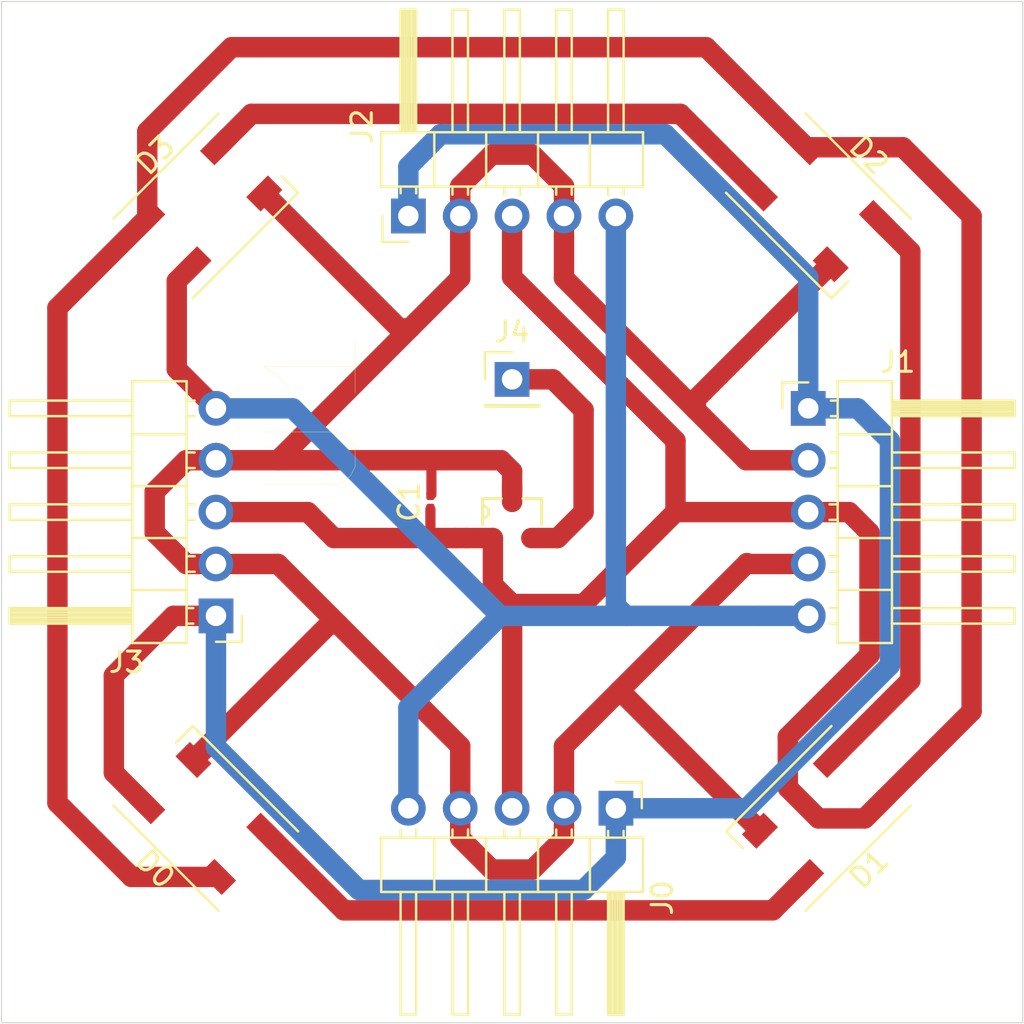
<source format=kicad_pcb>
(kicad_pcb (version 20171130) (host pcbnew 5.1.10-88a1d61d58~88~ubuntu20.04.1)

  (general
    (thickness 1.6)
    (drawings 4)
    (tracks 129)
    (zones 0)
    (modules 11)
    (nets 9)
  )

  (page A4)
  (layers
    (0 F.Cu signal)
    (31 B.Cu signal)
    (32 B.Adhes user)
    (33 F.Adhes user)
    (34 B.Paste user)
    (35 F.Paste user)
    (36 B.SilkS user)
    (37 F.SilkS user)
    (38 B.Mask user)
    (39 F.Mask user)
    (40 Dwgs.User user)
    (41 Cmts.User user)
    (42 Eco1.User user)
    (43 Eco2.User user)
    (44 Edge.Cuts user)
    (45 Margin user)
    (46 B.CrtYd user)
    (47 F.CrtYd user)
    (48 B.Fab user)
    (49 F.Fab user hide)
  )

  (setup
    (last_trace_width 0.25)
    (user_trace_width 0.5)
    (user_trace_width 1)
    (trace_clearance 0.2)
    (zone_clearance 0.508)
    (zone_45_only no)
    (trace_min 0.2)
    (via_size 0.8)
    (via_drill 0.4)
    (via_min_size 0.4)
    (via_min_drill 0.3)
    (user_via 2 0.8)
    (uvia_size 0.3)
    (uvia_drill 0.1)
    (uvias_allowed no)
    (uvia_min_size 0.2)
    (uvia_min_drill 0.1)
    (edge_width 0.05)
    (segment_width 0.2)
    (pcb_text_width 0.3)
    (pcb_text_size 1.5 1.5)
    (mod_edge_width 0.12)
    (mod_text_size 1 1)
    (mod_text_width 0.15)
    (pad_size 1.524 1.524)
    (pad_drill 0.762)
    (pad_to_mask_clearance 0)
    (aux_axis_origin 0 0)
    (visible_elements FFFFFF7F)
    (pcbplotparams
      (layerselection 0x01000_ffffffff)
      (usegerberextensions false)
      (usegerberattributes true)
      (usegerberadvancedattributes true)
      (creategerberjobfile true)
      (excludeedgelayer true)
      (linewidth 0.100000)
      (plotframeref false)
      (viasonmask false)
      (mode 1)
      (useauxorigin false)
      (hpglpennumber 1)
      (hpglpenspeed 20)
      (hpglpendiameter 15.000000)
      (psnegative false)
      (psa4output false)
      (plotreference true)
      (plotvalue true)
      (plotinvisibletext false)
      (padsonsilk false)
      (subtractmaskfromsilk false)
      (outputformat 1)
      (mirror false)
      (drillshape 0)
      (scaleselection 1)
      (outputdirectory ""))
  )

  (net 0 "")
  (net 1 "Net-(D0-Pad4)")
  (net 2 "Net-(D1-Pad4)")
  (net 3 "Net-(D2-Pad4)")
  (net 4 /VCC)
  (net 5 /GND)
  (net 6 /DIN)
  (net 7 /DOUT)
  (net 8 "Net-(J4-Pad1)")

  (net_class Default "This is the default net class."
    (clearance 0.2)
    (trace_width 0.25)
    (via_dia 0.8)
    (via_drill 0.4)
    (uvia_dia 0.3)
    (uvia_drill 0.1)
    (add_net /DIN)
    (add_net /DOUT)
    (add_net /GND)
    (add_net /VCC)
    (add_net "Net-(D0-Pad4)")
    (add_net "Net-(D1-Pad4)")
    (add_net "Net-(D2-Pad4)")
    (add_net "Net-(J4-Pad1)")
  )

  (module Capacitor_SMD:C_0201_0603Metric (layer F.Cu) (tedit 5F68FEEE) (tstamp 60C399F5)
    (at 61 144.5 90)
    (descr "Capacitor SMD 0201 (0603 Metric), square (rectangular) end terminal, IPC_7351 nominal, (Body size source: https://www.vishay.com/docs/20052/crcw0201e3.pdf), generated with kicad-footprint-generator")
    (tags capacitor)
    (path /60C4D298)
    (attr smd)
    (fp_text reference C1 (at 0 -1.05 90) (layer F.SilkS)
      (effects (font (size 1 1) (thickness 0.15)))
    )
    (fp_text value 0.01µf (at 0 1.05 90) (layer F.Fab)
      (effects (font (size 1 1) (thickness 0.15)))
    )
    (fp_line (start -0.3 0.15) (end -0.3 -0.15) (layer F.Fab) (width 0.1))
    (fp_line (start -0.3 -0.15) (end 0.3 -0.15) (layer F.Fab) (width 0.1))
    (fp_line (start 0.3 -0.15) (end 0.3 0.15) (layer F.Fab) (width 0.1))
    (fp_line (start 0.3 0.15) (end -0.3 0.15) (layer F.Fab) (width 0.1))
    (fp_line (start -0.7 0.35) (end -0.7 -0.35) (layer F.CrtYd) (width 0.05))
    (fp_line (start -0.7 -0.35) (end 0.7 -0.35) (layer F.CrtYd) (width 0.05))
    (fp_line (start 0.7 -0.35) (end 0.7 0.35) (layer F.CrtYd) (width 0.05))
    (fp_line (start 0.7 0.35) (end -0.7 0.35) (layer F.CrtYd) (width 0.05))
    (fp_text user %R (at 0 -0.68 90) (layer F.Fab)
      (effects (font (size 0.25 0.25) (thickness 0.04)))
    )
    (pad 2 smd roundrect (at 0.32 0 90) (size 0.46 0.4) (layers F.Cu F.Mask) (roundrect_rratio 0.25)
      (net 5 /GND))
    (pad 1 smd roundrect (at -0.32 0 90) (size 0.46 0.4) (layers F.Cu F.Mask) (roundrect_rratio 0.25)
      (net 4 /VCC))
    (pad "" smd roundrect (at 0.345 0 90) (size 0.318 0.36) (layers F.Paste) (roundrect_rratio 0.25))
    (pad "" smd roundrect (at -0.345 0 90) (size 0.318 0.36) (layers F.Paste) (roundrect_rratio 0.25))
    (model ${KISYS3DMOD}/Capacitor_SMD.3dshapes/C_0201_0603Metric.wrl
      (at (xyz 0 0 0))
      (scale (xyz 1 1 1))
      (rotate (xyz 0 0 0))
    )
  )

  (module Connector_PinHeader_2.54mm:PinHeader_1x05_P2.54mm_Horizontal (layer F.Cu) (tedit 59FED5CB) (tstamp 60C5323B)
    (at 79.5 139.92)
    (descr "Through hole angled pin header, 1x05, 2.54mm pitch, 6mm pin length, single row")
    (tags "Through hole angled pin header THT 1x05 2.54mm single row")
    (path /60C931A2)
    (fp_text reference J1 (at 4.385 -2.27) (layer F.SilkS)
      (effects (font (size 1 1) (thickness 0.15)))
    )
    (fp_text value Conn_01x05 (at 4.385 12.43) (layer F.Fab)
      (effects (font (size 1 1) (thickness 0.15)))
    )
    (fp_line (start 10.55 -1.8) (end -1.8 -1.8) (layer F.CrtYd) (width 0.05))
    (fp_line (start 10.55 11.95) (end 10.55 -1.8) (layer F.CrtYd) (width 0.05))
    (fp_line (start -1.8 11.95) (end 10.55 11.95) (layer F.CrtYd) (width 0.05))
    (fp_line (start -1.8 -1.8) (end -1.8 11.95) (layer F.CrtYd) (width 0.05))
    (fp_line (start -1.27 -1.27) (end 0 -1.27) (layer F.SilkS) (width 0.12))
    (fp_line (start -1.27 0) (end -1.27 -1.27) (layer F.SilkS) (width 0.12))
    (fp_line (start 1.042929 10.54) (end 1.44 10.54) (layer F.SilkS) (width 0.12))
    (fp_line (start 1.042929 9.78) (end 1.44 9.78) (layer F.SilkS) (width 0.12))
    (fp_line (start 10.1 10.54) (end 4.1 10.54) (layer F.SilkS) (width 0.12))
    (fp_line (start 10.1 9.78) (end 10.1 10.54) (layer F.SilkS) (width 0.12))
    (fp_line (start 4.1 9.78) (end 10.1 9.78) (layer F.SilkS) (width 0.12))
    (fp_line (start 1.44 8.89) (end 4.1 8.89) (layer F.SilkS) (width 0.12))
    (fp_line (start 1.042929 8) (end 1.44 8) (layer F.SilkS) (width 0.12))
    (fp_line (start 1.042929 7.24) (end 1.44 7.24) (layer F.SilkS) (width 0.12))
    (fp_line (start 10.1 8) (end 4.1 8) (layer F.SilkS) (width 0.12))
    (fp_line (start 10.1 7.24) (end 10.1 8) (layer F.SilkS) (width 0.12))
    (fp_line (start 4.1 7.24) (end 10.1 7.24) (layer F.SilkS) (width 0.12))
    (fp_line (start 1.44 6.35) (end 4.1 6.35) (layer F.SilkS) (width 0.12))
    (fp_line (start 1.042929 5.46) (end 1.44 5.46) (layer F.SilkS) (width 0.12))
    (fp_line (start 1.042929 4.7) (end 1.44 4.7) (layer F.SilkS) (width 0.12))
    (fp_line (start 10.1 5.46) (end 4.1 5.46) (layer F.SilkS) (width 0.12))
    (fp_line (start 10.1 4.7) (end 10.1 5.46) (layer F.SilkS) (width 0.12))
    (fp_line (start 4.1 4.7) (end 10.1 4.7) (layer F.SilkS) (width 0.12))
    (fp_line (start 1.44 3.81) (end 4.1 3.81) (layer F.SilkS) (width 0.12))
    (fp_line (start 1.042929 2.92) (end 1.44 2.92) (layer F.SilkS) (width 0.12))
    (fp_line (start 1.042929 2.16) (end 1.44 2.16) (layer F.SilkS) (width 0.12))
    (fp_line (start 10.1 2.92) (end 4.1 2.92) (layer F.SilkS) (width 0.12))
    (fp_line (start 10.1 2.16) (end 10.1 2.92) (layer F.SilkS) (width 0.12))
    (fp_line (start 4.1 2.16) (end 10.1 2.16) (layer F.SilkS) (width 0.12))
    (fp_line (start 1.44 1.27) (end 4.1 1.27) (layer F.SilkS) (width 0.12))
    (fp_line (start 1.11 0.38) (end 1.44 0.38) (layer F.SilkS) (width 0.12))
    (fp_line (start 1.11 -0.38) (end 1.44 -0.38) (layer F.SilkS) (width 0.12))
    (fp_line (start 4.1 0.28) (end 10.1 0.28) (layer F.SilkS) (width 0.12))
    (fp_line (start 4.1 0.16) (end 10.1 0.16) (layer F.SilkS) (width 0.12))
    (fp_line (start 4.1 0.04) (end 10.1 0.04) (layer F.SilkS) (width 0.12))
    (fp_line (start 4.1 -0.08) (end 10.1 -0.08) (layer F.SilkS) (width 0.12))
    (fp_line (start 4.1 -0.2) (end 10.1 -0.2) (layer F.SilkS) (width 0.12))
    (fp_line (start 4.1 -0.32) (end 10.1 -0.32) (layer F.SilkS) (width 0.12))
    (fp_line (start 10.1 0.38) (end 4.1 0.38) (layer F.SilkS) (width 0.12))
    (fp_line (start 10.1 -0.38) (end 10.1 0.38) (layer F.SilkS) (width 0.12))
    (fp_line (start 4.1 -0.38) (end 10.1 -0.38) (layer F.SilkS) (width 0.12))
    (fp_line (start 4.1 -1.33) (end 1.44 -1.33) (layer F.SilkS) (width 0.12))
    (fp_line (start 4.1 11.49) (end 4.1 -1.33) (layer F.SilkS) (width 0.12))
    (fp_line (start 1.44 11.49) (end 4.1 11.49) (layer F.SilkS) (width 0.12))
    (fp_line (start 1.44 -1.33) (end 1.44 11.49) (layer F.SilkS) (width 0.12))
    (fp_line (start 4.04 10.48) (end 10.04 10.48) (layer F.Fab) (width 0.1))
    (fp_line (start 10.04 9.84) (end 10.04 10.48) (layer F.Fab) (width 0.1))
    (fp_line (start 4.04 9.84) (end 10.04 9.84) (layer F.Fab) (width 0.1))
    (fp_line (start -0.32 10.48) (end 1.5 10.48) (layer F.Fab) (width 0.1))
    (fp_line (start -0.32 9.84) (end -0.32 10.48) (layer F.Fab) (width 0.1))
    (fp_line (start -0.32 9.84) (end 1.5 9.84) (layer F.Fab) (width 0.1))
    (fp_line (start 4.04 7.94) (end 10.04 7.94) (layer F.Fab) (width 0.1))
    (fp_line (start 10.04 7.3) (end 10.04 7.94) (layer F.Fab) (width 0.1))
    (fp_line (start 4.04 7.3) (end 10.04 7.3) (layer F.Fab) (width 0.1))
    (fp_line (start -0.32 7.94) (end 1.5 7.94) (layer F.Fab) (width 0.1))
    (fp_line (start -0.32 7.3) (end -0.32 7.94) (layer F.Fab) (width 0.1))
    (fp_line (start -0.32 7.3) (end 1.5 7.3) (layer F.Fab) (width 0.1))
    (fp_line (start 4.04 5.4) (end 10.04 5.4) (layer F.Fab) (width 0.1))
    (fp_line (start 10.04 4.76) (end 10.04 5.4) (layer F.Fab) (width 0.1))
    (fp_line (start 4.04 4.76) (end 10.04 4.76) (layer F.Fab) (width 0.1))
    (fp_line (start -0.32 5.4) (end 1.5 5.4) (layer F.Fab) (width 0.1))
    (fp_line (start -0.32 4.76) (end -0.32 5.4) (layer F.Fab) (width 0.1))
    (fp_line (start -0.32 4.76) (end 1.5 4.76) (layer F.Fab) (width 0.1))
    (fp_line (start 4.04 2.86) (end 10.04 2.86) (layer F.Fab) (width 0.1))
    (fp_line (start 10.04 2.22) (end 10.04 2.86) (layer F.Fab) (width 0.1))
    (fp_line (start 4.04 2.22) (end 10.04 2.22) (layer F.Fab) (width 0.1))
    (fp_line (start -0.32 2.86) (end 1.5 2.86) (layer F.Fab) (width 0.1))
    (fp_line (start -0.32 2.22) (end -0.32 2.86) (layer F.Fab) (width 0.1))
    (fp_line (start -0.32 2.22) (end 1.5 2.22) (layer F.Fab) (width 0.1))
    (fp_line (start 4.04 0.32) (end 10.04 0.32) (layer F.Fab) (width 0.1))
    (fp_line (start 10.04 -0.32) (end 10.04 0.32) (layer F.Fab) (width 0.1))
    (fp_line (start 4.04 -0.32) (end 10.04 -0.32) (layer F.Fab) (width 0.1))
    (fp_line (start -0.32 0.32) (end 1.5 0.32) (layer F.Fab) (width 0.1))
    (fp_line (start -0.32 -0.32) (end -0.32 0.32) (layer F.Fab) (width 0.1))
    (fp_line (start -0.32 -0.32) (end 1.5 -0.32) (layer F.Fab) (width 0.1))
    (fp_line (start 1.5 -0.635) (end 2.135 -1.27) (layer F.Fab) (width 0.1))
    (fp_line (start 1.5 11.43) (end 1.5 -0.635) (layer F.Fab) (width 0.1))
    (fp_line (start 4.04 11.43) (end 1.5 11.43) (layer F.Fab) (width 0.1))
    (fp_line (start 4.04 -1.27) (end 4.04 11.43) (layer F.Fab) (width 0.1))
    (fp_line (start 2.135 -1.27) (end 4.04 -1.27) (layer F.Fab) (width 0.1))
    (fp_text user %R (at 2.77 5.08 90) (layer F.Fab)
      (effects (font (size 1 1) (thickness 0.15)))
    )
    (pad 5 thru_hole oval (at 0 10.16) (size 1.7 1.7) (drill 1) (layers *.Cu *.Mask)
      (net 7 /DOUT))
    (pad 4 thru_hole oval (at 0 7.62) (size 1.7 1.7) (drill 1) (layers *.Cu *.Mask)
      (net 5 /GND))
    (pad 3 thru_hole oval (at 0 5.08) (size 1.7 1.7) (drill 1) (layers *.Cu *.Mask)
      (net 4 /VCC))
    (pad 2 thru_hole oval (at 0 2.54) (size 1.7 1.7) (drill 1) (layers *.Cu *.Mask)
      (net 5 /GND))
    (pad 1 thru_hole rect (at 0 0) (size 1.7 1.7) (drill 1) (layers *.Cu *.Mask)
      (net 6 /DIN))
    (model ${KISYS3DMOD}/Connector_PinHeader_2.54mm.3dshapes/PinHeader_1x05_P2.54mm_Horizontal.wrl
      (at (xyz 0 0 0))
      (scale (xyz 1 1 1))
      (rotate (xyz 0 0 0))
    )
  )

  (module Connector_PinHeader_2.54mm:PinHeader_1x01_P2.54mm_Vertical (layer F.Cu) (tedit 59FED5CC) (tstamp 60C531E1)
    (at 65 138.5)
    (descr "Through hole straight pin header, 1x01, 2.54mm pitch, single row")
    (tags "Through hole pin header THT 1x01 2.54mm single row")
    (path /60C52B13)
    (fp_text reference J4 (at 0 -2.33) (layer F.SilkS)
      (effects (font (size 1 1) (thickness 0.15)))
    )
    (fp_text value Conn_01x01_Female (at 0 2.33) (layer F.Fab)
      (effects (font (size 1 1) (thickness 0.15)))
    )
    (fp_line (start 1.8 -1.8) (end -1.8 -1.8) (layer F.CrtYd) (width 0.05))
    (fp_line (start 1.8 1.8) (end 1.8 -1.8) (layer F.CrtYd) (width 0.05))
    (fp_line (start -1.8 1.8) (end 1.8 1.8) (layer F.CrtYd) (width 0.05))
    (fp_line (start -1.8 -1.8) (end -1.8 1.8) (layer F.CrtYd) (width 0.05))
    (fp_line (start -1.33 -1.33) (end 0 -1.33) (layer F.SilkS) (width 0.12))
    (fp_line (start -1.33 0) (end -1.33 -1.33) (layer F.SilkS) (width 0.12))
    (fp_line (start -1.33 1.27) (end 1.33 1.27) (layer F.SilkS) (width 0.12))
    (fp_line (start 1.33 1.27) (end 1.33 1.33) (layer F.SilkS) (width 0.12))
    (fp_line (start -1.33 1.27) (end -1.33 1.33) (layer F.SilkS) (width 0.12))
    (fp_line (start -1.33 1.33) (end 1.33 1.33) (layer F.SilkS) (width 0.12))
    (fp_line (start -1.27 -0.635) (end -0.635 -1.27) (layer F.Fab) (width 0.1))
    (fp_line (start -1.27 1.27) (end -1.27 -0.635) (layer F.Fab) (width 0.1))
    (fp_line (start 1.27 1.27) (end -1.27 1.27) (layer F.Fab) (width 0.1))
    (fp_line (start 1.27 -1.27) (end 1.27 1.27) (layer F.Fab) (width 0.1))
    (fp_line (start -0.635 -1.27) (end 1.27 -1.27) (layer F.Fab) (width 0.1))
    (fp_text user %R (at 0 0 90) (layer F.Fab)
      (effects (font (size 1 1) (thickness 0.15)))
    )
    (pad 1 thru_hole rect (at 0 0) (size 1.7 1.7) (drill 1) (layers *.Cu *.Mask)
      (net 8 "Net-(J4-Pad1)"))
    (model ${KISYS3DMOD}/Connector_PinHeader_2.54mm.3dshapes/PinHeader_1x01_P2.54mm_Vertical.wrl
      (at (xyz 0 0 0))
      (scale (xyz 1 1 1))
      (rotate (xyz 0 0 0))
    )
  )

  (module Connector_PinHeader_2.54mm:PinHeader_1x05_P2.54mm_Horizontal (layer F.Cu) (tedit 59FED5CB) (tstamp 60C531CC)
    (at 70.08 159.5 270)
    (descr "Through hole angled pin header, 1x05, 2.54mm pitch, 6mm pin length, single row")
    (tags "Through hole angled pin header THT 1x05 2.54mm single row")
    (path /60C93DC1)
    (fp_text reference J0 (at 4.385 -2.27 90) (layer F.SilkS)
      (effects (font (size 1 1) (thickness 0.15)))
    )
    (fp_text value Conn_01x05 (at 4.385 12.43 90) (layer F.Fab)
      (effects (font (size 1 1) (thickness 0.15)))
    )
    (fp_line (start 10.55 -1.8) (end -1.8 -1.8) (layer F.CrtYd) (width 0.05))
    (fp_line (start 10.55 11.95) (end 10.55 -1.8) (layer F.CrtYd) (width 0.05))
    (fp_line (start -1.8 11.95) (end 10.55 11.95) (layer F.CrtYd) (width 0.05))
    (fp_line (start -1.8 -1.8) (end -1.8 11.95) (layer F.CrtYd) (width 0.05))
    (fp_line (start -1.27 -1.27) (end 0 -1.27) (layer F.SilkS) (width 0.12))
    (fp_line (start -1.27 0) (end -1.27 -1.27) (layer F.SilkS) (width 0.12))
    (fp_line (start 1.042929 10.54) (end 1.44 10.54) (layer F.SilkS) (width 0.12))
    (fp_line (start 1.042929 9.78) (end 1.44 9.78) (layer F.SilkS) (width 0.12))
    (fp_line (start 10.1 10.54) (end 4.1 10.54) (layer F.SilkS) (width 0.12))
    (fp_line (start 10.1 9.78) (end 10.1 10.54) (layer F.SilkS) (width 0.12))
    (fp_line (start 4.1 9.78) (end 10.1 9.78) (layer F.SilkS) (width 0.12))
    (fp_line (start 1.44 8.89) (end 4.1 8.89) (layer F.SilkS) (width 0.12))
    (fp_line (start 1.042929 8) (end 1.44 8) (layer F.SilkS) (width 0.12))
    (fp_line (start 1.042929 7.24) (end 1.44 7.24) (layer F.SilkS) (width 0.12))
    (fp_line (start 10.1 8) (end 4.1 8) (layer F.SilkS) (width 0.12))
    (fp_line (start 10.1 7.24) (end 10.1 8) (layer F.SilkS) (width 0.12))
    (fp_line (start 4.1 7.24) (end 10.1 7.24) (layer F.SilkS) (width 0.12))
    (fp_line (start 1.44 6.35) (end 4.1 6.35) (layer F.SilkS) (width 0.12))
    (fp_line (start 1.042929 5.46) (end 1.44 5.46) (layer F.SilkS) (width 0.12))
    (fp_line (start 1.042929 4.7) (end 1.44 4.7) (layer F.SilkS) (width 0.12))
    (fp_line (start 10.1 5.46) (end 4.1 5.46) (layer F.SilkS) (width 0.12))
    (fp_line (start 10.1 4.7) (end 10.1 5.46) (layer F.SilkS) (width 0.12))
    (fp_line (start 4.1 4.7) (end 10.1 4.7) (layer F.SilkS) (width 0.12))
    (fp_line (start 1.44 3.81) (end 4.1 3.81) (layer F.SilkS) (width 0.12))
    (fp_line (start 1.042929 2.92) (end 1.44 2.92) (layer F.SilkS) (width 0.12))
    (fp_line (start 1.042929 2.16) (end 1.44 2.16) (layer F.SilkS) (width 0.12))
    (fp_line (start 10.1 2.92) (end 4.1 2.92) (layer F.SilkS) (width 0.12))
    (fp_line (start 10.1 2.16) (end 10.1 2.92) (layer F.SilkS) (width 0.12))
    (fp_line (start 4.1 2.16) (end 10.1 2.16) (layer F.SilkS) (width 0.12))
    (fp_line (start 1.44 1.27) (end 4.1 1.27) (layer F.SilkS) (width 0.12))
    (fp_line (start 1.11 0.38) (end 1.44 0.38) (layer F.SilkS) (width 0.12))
    (fp_line (start 1.11 -0.38) (end 1.44 -0.38) (layer F.SilkS) (width 0.12))
    (fp_line (start 4.1 0.28) (end 10.1 0.28) (layer F.SilkS) (width 0.12))
    (fp_line (start 4.1 0.16) (end 10.1 0.16) (layer F.SilkS) (width 0.12))
    (fp_line (start 4.1 0.04) (end 10.1 0.04) (layer F.SilkS) (width 0.12))
    (fp_line (start 4.1 -0.08) (end 10.1 -0.08) (layer F.SilkS) (width 0.12))
    (fp_line (start 4.1 -0.2) (end 10.1 -0.2) (layer F.SilkS) (width 0.12))
    (fp_line (start 4.1 -0.32) (end 10.1 -0.32) (layer F.SilkS) (width 0.12))
    (fp_line (start 10.1 0.38) (end 4.1 0.38) (layer F.SilkS) (width 0.12))
    (fp_line (start 10.1 -0.38) (end 10.1 0.38) (layer F.SilkS) (width 0.12))
    (fp_line (start 4.1 -0.38) (end 10.1 -0.38) (layer F.SilkS) (width 0.12))
    (fp_line (start 4.1 -1.33) (end 1.44 -1.33) (layer F.SilkS) (width 0.12))
    (fp_line (start 4.1 11.49) (end 4.1 -1.33) (layer F.SilkS) (width 0.12))
    (fp_line (start 1.44 11.49) (end 4.1 11.49) (layer F.SilkS) (width 0.12))
    (fp_line (start 1.44 -1.33) (end 1.44 11.49) (layer F.SilkS) (width 0.12))
    (fp_line (start 4.04 10.48) (end 10.04 10.48) (layer F.Fab) (width 0.1))
    (fp_line (start 10.04 9.84) (end 10.04 10.48) (layer F.Fab) (width 0.1))
    (fp_line (start 4.04 9.84) (end 10.04 9.84) (layer F.Fab) (width 0.1))
    (fp_line (start -0.32 10.48) (end 1.5 10.48) (layer F.Fab) (width 0.1))
    (fp_line (start -0.32 9.84) (end -0.32 10.48) (layer F.Fab) (width 0.1))
    (fp_line (start -0.32 9.84) (end 1.5 9.84) (layer F.Fab) (width 0.1))
    (fp_line (start 4.04 7.94) (end 10.04 7.94) (layer F.Fab) (width 0.1))
    (fp_line (start 10.04 7.3) (end 10.04 7.94) (layer F.Fab) (width 0.1))
    (fp_line (start 4.04 7.3) (end 10.04 7.3) (layer F.Fab) (width 0.1))
    (fp_line (start -0.32 7.94) (end 1.5 7.94) (layer F.Fab) (width 0.1))
    (fp_line (start -0.32 7.3) (end -0.32 7.94) (layer F.Fab) (width 0.1))
    (fp_line (start -0.32 7.3) (end 1.5 7.3) (layer F.Fab) (width 0.1))
    (fp_line (start 4.04 5.4) (end 10.04 5.4) (layer F.Fab) (width 0.1))
    (fp_line (start 10.04 4.76) (end 10.04 5.4) (layer F.Fab) (width 0.1))
    (fp_line (start 4.04 4.76) (end 10.04 4.76) (layer F.Fab) (width 0.1))
    (fp_line (start -0.32 5.4) (end 1.5 5.4) (layer F.Fab) (width 0.1))
    (fp_line (start -0.32 4.76) (end -0.32 5.4) (layer F.Fab) (width 0.1))
    (fp_line (start -0.32 4.76) (end 1.5 4.76) (layer F.Fab) (width 0.1))
    (fp_line (start 4.04 2.86) (end 10.04 2.86) (layer F.Fab) (width 0.1))
    (fp_line (start 10.04 2.22) (end 10.04 2.86) (layer F.Fab) (width 0.1))
    (fp_line (start 4.04 2.22) (end 10.04 2.22) (layer F.Fab) (width 0.1))
    (fp_line (start -0.32 2.86) (end 1.5 2.86) (layer F.Fab) (width 0.1))
    (fp_line (start -0.32 2.22) (end -0.32 2.86) (layer F.Fab) (width 0.1))
    (fp_line (start -0.32 2.22) (end 1.5 2.22) (layer F.Fab) (width 0.1))
    (fp_line (start 4.04 0.32) (end 10.04 0.32) (layer F.Fab) (width 0.1))
    (fp_line (start 10.04 -0.32) (end 10.04 0.32) (layer F.Fab) (width 0.1))
    (fp_line (start 4.04 -0.32) (end 10.04 -0.32) (layer F.Fab) (width 0.1))
    (fp_line (start -0.32 0.32) (end 1.5 0.32) (layer F.Fab) (width 0.1))
    (fp_line (start -0.32 -0.32) (end -0.32 0.32) (layer F.Fab) (width 0.1))
    (fp_line (start -0.32 -0.32) (end 1.5 -0.32) (layer F.Fab) (width 0.1))
    (fp_line (start 1.5 -0.635) (end 2.135 -1.27) (layer F.Fab) (width 0.1))
    (fp_line (start 1.5 11.43) (end 1.5 -0.635) (layer F.Fab) (width 0.1))
    (fp_line (start 4.04 11.43) (end 1.5 11.43) (layer F.Fab) (width 0.1))
    (fp_line (start 4.04 -1.27) (end 4.04 11.43) (layer F.Fab) (width 0.1))
    (fp_line (start 2.135 -1.27) (end 4.04 -1.27) (layer F.Fab) (width 0.1))
    (fp_text user %R (at 2.77 5.08) (layer F.Fab)
      (effects (font (size 1 1) (thickness 0.15)))
    )
    (pad 5 thru_hole oval (at 0 10.16 270) (size 1.7 1.7) (drill 1) (layers *.Cu *.Mask)
      (net 7 /DOUT))
    (pad 4 thru_hole oval (at 0 7.62 270) (size 1.7 1.7) (drill 1) (layers *.Cu *.Mask)
      (net 5 /GND))
    (pad 3 thru_hole oval (at 0 5.08 270) (size 1.7 1.7) (drill 1) (layers *.Cu *.Mask)
      (net 4 /VCC))
    (pad 2 thru_hole oval (at 0 2.54 270) (size 1.7 1.7) (drill 1) (layers *.Cu *.Mask)
      (net 5 /GND))
    (pad 1 thru_hole rect (at 0 0 270) (size 1.7 1.7) (drill 1) (layers *.Cu *.Mask)
      (net 6 /DIN))
    (model ${KISYS3DMOD}/Connector_PinHeader_2.54mm.3dshapes/PinHeader_1x05_P2.54mm_Horizontal.wrl
      (at (xyz 0 0 0))
      (scale (xyz 1 1 1))
      (rotate (xyz 0 0 0))
    )
  )

  (module Connector_PinHeader_2.54mm:PinHeader_1x05_P2.54mm_Horizontal (layer F.Cu) (tedit 59FED5CB) (tstamp 60C53172)
    (at 59.92 130.5 90)
    (descr "Through hole angled pin header, 1x05, 2.54mm pitch, 6mm pin length, single row")
    (tags "Through hole angled pin header THT 1x05 2.54mm single row")
    (path /60C911DC)
    (fp_text reference J2 (at 4.385 -2.27 90) (layer F.SilkS)
      (effects (font (size 1 1) (thickness 0.15)))
    )
    (fp_text value Conn_01x05 (at 4.385 12.43 90) (layer F.Fab)
      (effects (font (size 1 1) (thickness 0.15)))
    )
    (fp_line (start 10.55 -1.8) (end -1.8 -1.8) (layer F.CrtYd) (width 0.05))
    (fp_line (start 10.55 11.95) (end 10.55 -1.8) (layer F.CrtYd) (width 0.05))
    (fp_line (start -1.8 11.95) (end 10.55 11.95) (layer F.CrtYd) (width 0.05))
    (fp_line (start -1.8 -1.8) (end -1.8 11.95) (layer F.CrtYd) (width 0.05))
    (fp_line (start -1.27 -1.27) (end 0 -1.27) (layer F.SilkS) (width 0.12))
    (fp_line (start -1.27 0) (end -1.27 -1.27) (layer F.SilkS) (width 0.12))
    (fp_line (start 1.042929 10.54) (end 1.44 10.54) (layer F.SilkS) (width 0.12))
    (fp_line (start 1.042929 9.78) (end 1.44 9.78) (layer F.SilkS) (width 0.12))
    (fp_line (start 10.1 10.54) (end 4.1 10.54) (layer F.SilkS) (width 0.12))
    (fp_line (start 10.1 9.78) (end 10.1 10.54) (layer F.SilkS) (width 0.12))
    (fp_line (start 4.1 9.78) (end 10.1 9.78) (layer F.SilkS) (width 0.12))
    (fp_line (start 1.44 8.89) (end 4.1 8.89) (layer F.SilkS) (width 0.12))
    (fp_line (start 1.042929 8) (end 1.44 8) (layer F.SilkS) (width 0.12))
    (fp_line (start 1.042929 7.24) (end 1.44 7.24) (layer F.SilkS) (width 0.12))
    (fp_line (start 10.1 8) (end 4.1 8) (layer F.SilkS) (width 0.12))
    (fp_line (start 10.1 7.24) (end 10.1 8) (layer F.SilkS) (width 0.12))
    (fp_line (start 4.1 7.24) (end 10.1 7.24) (layer F.SilkS) (width 0.12))
    (fp_line (start 1.44 6.35) (end 4.1 6.35) (layer F.SilkS) (width 0.12))
    (fp_line (start 1.042929 5.46) (end 1.44 5.46) (layer F.SilkS) (width 0.12))
    (fp_line (start 1.042929 4.7) (end 1.44 4.7) (layer F.SilkS) (width 0.12))
    (fp_line (start 10.1 5.46) (end 4.1 5.46) (layer F.SilkS) (width 0.12))
    (fp_line (start 10.1 4.7) (end 10.1 5.46) (layer F.SilkS) (width 0.12))
    (fp_line (start 4.1 4.7) (end 10.1 4.7) (layer F.SilkS) (width 0.12))
    (fp_line (start 1.44 3.81) (end 4.1 3.81) (layer F.SilkS) (width 0.12))
    (fp_line (start 1.042929 2.92) (end 1.44 2.92) (layer F.SilkS) (width 0.12))
    (fp_line (start 1.042929 2.16) (end 1.44 2.16) (layer F.SilkS) (width 0.12))
    (fp_line (start 10.1 2.92) (end 4.1 2.92) (layer F.SilkS) (width 0.12))
    (fp_line (start 10.1 2.16) (end 10.1 2.92) (layer F.SilkS) (width 0.12))
    (fp_line (start 4.1 2.16) (end 10.1 2.16) (layer F.SilkS) (width 0.12))
    (fp_line (start 1.44 1.27) (end 4.1 1.27) (layer F.SilkS) (width 0.12))
    (fp_line (start 1.11 0.38) (end 1.44 0.38) (layer F.SilkS) (width 0.12))
    (fp_line (start 1.11 -0.38) (end 1.44 -0.38) (layer F.SilkS) (width 0.12))
    (fp_line (start 4.1 0.28) (end 10.1 0.28) (layer F.SilkS) (width 0.12))
    (fp_line (start 4.1 0.16) (end 10.1 0.16) (layer F.SilkS) (width 0.12))
    (fp_line (start 4.1 0.04) (end 10.1 0.04) (layer F.SilkS) (width 0.12))
    (fp_line (start 4.1 -0.08) (end 10.1 -0.08) (layer F.SilkS) (width 0.12))
    (fp_line (start 4.1 -0.2) (end 10.1 -0.2) (layer F.SilkS) (width 0.12))
    (fp_line (start 4.1 -0.32) (end 10.1 -0.32) (layer F.SilkS) (width 0.12))
    (fp_line (start 10.1 0.38) (end 4.1 0.38) (layer F.SilkS) (width 0.12))
    (fp_line (start 10.1 -0.38) (end 10.1 0.38) (layer F.SilkS) (width 0.12))
    (fp_line (start 4.1 -0.38) (end 10.1 -0.38) (layer F.SilkS) (width 0.12))
    (fp_line (start 4.1 -1.33) (end 1.44 -1.33) (layer F.SilkS) (width 0.12))
    (fp_line (start 4.1 11.49) (end 4.1 -1.33) (layer F.SilkS) (width 0.12))
    (fp_line (start 1.44 11.49) (end 4.1 11.49) (layer F.SilkS) (width 0.12))
    (fp_line (start 1.44 -1.33) (end 1.44 11.49) (layer F.SilkS) (width 0.12))
    (fp_line (start 4.04 10.48) (end 10.04 10.48) (layer F.Fab) (width 0.1))
    (fp_line (start 10.04 9.84) (end 10.04 10.48) (layer F.Fab) (width 0.1))
    (fp_line (start 4.04 9.84) (end 10.04 9.84) (layer F.Fab) (width 0.1))
    (fp_line (start -0.32 10.48) (end 1.5 10.48) (layer F.Fab) (width 0.1))
    (fp_line (start -0.32 9.84) (end -0.32 10.48) (layer F.Fab) (width 0.1))
    (fp_line (start -0.32 9.84) (end 1.5 9.84) (layer F.Fab) (width 0.1))
    (fp_line (start 4.04 7.94) (end 10.04 7.94) (layer F.Fab) (width 0.1))
    (fp_line (start 10.04 7.3) (end 10.04 7.94) (layer F.Fab) (width 0.1))
    (fp_line (start 4.04 7.3) (end 10.04 7.3) (layer F.Fab) (width 0.1))
    (fp_line (start -0.32 7.94) (end 1.5 7.94) (layer F.Fab) (width 0.1))
    (fp_line (start -0.32 7.3) (end -0.32 7.94) (layer F.Fab) (width 0.1))
    (fp_line (start -0.32 7.3) (end 1.5 7.3) (layer F.Fab) (width 0.1))
    (fp_line (start 4.04 5.4) (end 10.04 5.4) (layer F.Fab) (width 0.1))
    (fp_line (start 10.04 4.76) (end 10.04 5.4) (layer F.Fab) (width 0.1))
    (fp_line (start 4.04 4.76) (end 10.04 4.76) (layer F.Fab) (width 0.1))
    (fp_line (start -0.32 5.4) (end 1.5 5.4) (layer F.Fab) (width 0.1))
    (fp_line (start -0.32 4.76) (end -0.32 5.4) (layer F.Fab) (width 0.1))
    (fp_line (start -0.32 4.76) (end 1.5 4.76) (layer F.Fab) (width 0.1))
    (fp_line (start 4.04 2.86) (end 10.04 2.86) (layer F.Fab) (width 0.1))
    (fp_line (start 10.04 2.22) (end 10.04 2.86) (layer F.Fab) (width 0.1))
    (fp_line (start 4.04 2.22) (end 10.04 2.22) (layer F.Fab) (width 0.1))
    (fp_line (start -0.32 2.86) (end 1.5 2.86) (layer F.Fab) (width 0.1))
    (fp_line (start -0.32 2.22) (end -0.32 2.86) (layer F.Fab) (width 0.1))
    (fp_line (start -0.32 2.22) (end 1.5 2.22) (layer F.Fab) (width 0.1))
    (fp_line (start 4.04 0.32) (end 10.04 0.32) (layer F.Fab) (width 0.1))
    (fp_line (start 10.04 -0.32) (end 10.04 0.32) (layer F.Fab) (width 0.1))
    (fp_line (start 4.04 -0.32) (end 10.04 -0.32) (layer F.Fab) (width 0.1))
    (fp_line (start -0.32 0.32) (end 1.5 0.32) (layer F.Fab) (width 0.1))
    (fp_line (start -0.32 -0.32) (end -0.32 0.32) (layer F.Fab) (width 0.1))
    (fp_line (start -0.32 -0.32) (end 1.5 -0.32) (layer F.Fab) (width 0.1))
    (fp_line (start 1.5 -0.635) (end 2.135 -1.27) (layer F.Fab) (width 0.1))
    (fp_line (start 1.5 11.43) (end 1.5 -0.635) (layer F.Fab) (width 0.1))
    (fp_line (start 4.04 11.43) (end 1.5 11.43) (layer F.Fab) (width 0.1))
    (fp_line (start 4.04 -1.27) (end 4.04 11.43) (layer F.Fab) (width 0.1))
    (fp_line (start 2.135 -1.27) (end 4.04 -1.27) (layer F.Fab) (width 0.1))
    (fp_text user %R (at 2.77 5.08) (layer F.Fab)
      (effects (font (size 1 1) (thickness 0.15)))
    )
    (pad 5 thru_hole oval (at 0 10.16 90) (size 1.7 1.7) (drill 1) (layers *.Cu *.Mask)
      (net 7 /DOUT))
    (pad 4 thru_hole oval (at 0 7.62 90) (size 1.7 1.7) (drill 1) (layers *.Cu *.Mask)
      (net 5 /GND))
    (pad 3 thru_hole oval (at 0 5.08 90) (size 1.7 1.7) (drill 1) (layers *.Cu *.Mask)
      (net 4 /VCC))
    (pad 2 thru_hole oval (at 0 2.54 90) (size 1.7 1.7) (drill 1) (layers *.Cu *.Mask)
      (net 5 /GND))
    (pad 1 thru_hole rect (at 0 0 90) (size 1.7 1.7) (drill 1) (layers *.Cu *.Mask)
      (net 6 /DIN))
    (model ${KISYS3DMOD}/Connector_PinHeader_2.54mm.3dshapes/PinHeader_1x05_P2.54mm_Horizontal.wrl
      (at (xyz 0 0 0))
      (scale (xyz 1 1 1))
      (rotate (xyz 0 0 0))
    )
  )

  (module Connector_PinHeader_2.54mm:PinHeader_1x05_P2.54mm_Horizontal (layer F.Cu) (tedit 59FED5CB) (tstamp 60C53118)
    (at 50.5 150.08 180)
    (descr "Through hole angled pin header, 1x05, 2.54mm pitch, 6mm pin length, single row")
    (tags "Through hole angled pin header THT 1x05 2.54mm single row")
    (path /60C558D5)
    (fp_text reference J3 (at 4.385 -2.27) (layer F.SilkS)
      (effects (font (size 1 1) (thickness 0.15)))
    )
    (fp_text value Conn_01x05 (at 4.385 12.43) (layer F.Fab)
      (effects (font (size 1 1) (thickness 0.15)))
    )
    (fp_line (start 10.55 -1.8) (end -1.8 -1.8) (layer F.CrtYd) (width 0.05))
    (fp_line (start 10.55 11.95) (end 10.55 -1.8) (layer F.CrtYd) (width 0.05))
    (fp_line (start -1.8 11.95) (end 10.55 11.95) (layer F.CrtYd) (width 0.05))
    (fp_line (start -1.8 -1.8) (end -1.8 11.95) (layer F.CrtYd) (width 0.05))
    (fp_line (start -1.27 -1.27) (end 0 -1.27) (layer F.SilkS) (width 0.12))
    (fp_line (start -1.27 0) (end -1.27 -1.27) (layer F.SilkS) (width 0.12))
    (fp_line (start 1.042929 10.54) (end 1.44 10.54) (layer F.SilkS) (width 0.12))
    (fp_line (start 1.042929 9.78) (end 1.44 9.78) (layer F.SilkS) (width 0.12))
    (fp_line (start 10.1 10.54) (end 4.1 10.54) (layer F.SilkS) (width 0.12))
    (fp_line (start 10.1 9.78) (end 10.1 10.54) (layer F.SilkS) (width 0.12))
    (fp_line (start 4.1 9.78) (end 10.1 9.78) (layer F.SilkS) (width 0.12))
    (fp_line (start 1.44 8.89) (end 4.1 8.89) (layer F.SilkS) (width 0.12))
    (fp_line (start 1.042929 8) (end 1.44 8) (layer F.SilkS) (width 0.12))
    (fp_line (start 1.042929 7.24) (end 1.44 7.24) (layer F.SilkS) (width 0.12))
    (fp_line (start 10.1 8) (end 4.1 8) (layer F.SilkS) (width 0.12))
    (fp_line (start 10.1 7.24) (end 10.1 8) (layer F.SilkS) (width 0.12))
    (fp_line (start 4.1 7.24) (end 10.1 7.24) (layer F.SilkS) (width 0.12))
    (fp_line (start 1.44 6.35) (end 4.1 6.35) (layer F.SilkS) (width 0.12))
    (fp_line (start 1.042929 5.46) (end 1.44 5.46) (layer F.SilkS) (width 0.12))
    (fp_line (start 1.042929 4.7) (end 1.44 4.7) (layer F.SilkS) (width 0.12))
    (fp_line (start 10.1 5.46) (end 4.1 5.46) (layer F.SilkS) (width 0.12))
    (fp_line (start 10.1 4.7) (end 10.1 5.46) (layer F.SilkS) (width 0.12))
    (fp_line (start 4.1 4.7) (end 10.1 4.7) (layer F.SilkS) (width 0.12))
    (fp_line (start 1.44 3.81) (end 4.1 3.81) (layer F.SilkS) (width 0.12))
    (fp_line (start 1.042929 2.92) (end 1.44 2.92) (layer F.SilkS) (width 0.12))
    (fp_line (start 1.042929 2.16) (end 1.44 2.16) (layer F.SilkS) (width 0.12))
    (fp_line (start 10.1 2.92) (end 4.1 2.92) (layer F.SilkS) (width 0.12))
    (fp_line (start 10.1 2.16) (end 10.1 2.92) (layer F.SilkS) (width 0.12))
    (fp_line (start 4.1 2.16) (end 10.1 2.16) (layer F.SilkS) (width 0.12))
    (fp_line (start 1.44 1.27) (end 4.1 1.27) (layer F.SilkS) (width 0.12))
    (fp_line (start 1.11 0.38) (end 1.44 0.38) (layer F.SilkS) (width 0.12))
    (fp_line (start 1.11 -0.38) (end 1.44 -0.38) (layer F.SilkS) (width 0.12))
    (fp_line (start 4.1 0.28) (end 10.1 0.28) (layer F.SilkS) (width 0.12))
    (fp_line (start 4.1 0.16) (end 10.1 0.16) (layer F.SilkS) (width 0.12))
    (fp_line (start 4.1 0.04) (end 10.1 0.04) (layer F.SilkS) (width 0.12))
    (fp_line (start 4.1 -0.08) (end 10.1 -0.08) (layer F.SilkS) (width 0.12))
    (fp_line (start 4.1 -0.2) (end 10.1 -0.2) (layer F.SilkS) (width 0.12))
    (fp_line (start 4.1 -0.32) (end 10.1 -0.32) (layer F.SilkS) (width 0.12))
    (fp_line (start 10.1 0.38) (end 4.1 0.38) (layer F.SilkS) (width 0.12))
    (fp_line (start 10.1 -0.38) (end 10.1 0.38) (layer F.SilkS) (width 0.12))
    (fp_line (start 4.1 -0.38) (end 10.1 -0.38) (layer F.SilkS) (width 0.12))
    (fp_line (start 4.1 -1.33) (end 1.44 -1.33) (layer F.SilkS) (width 0.12))
    (fp_line (start 4.1 11.49) (end 4.1 -1.33) (layer F.SilkS) (width 0.12))
    (fp_line (start 1.44 11.49) (end 4.1 11.49) (layer F.SilkS) (width 0.12))
    (fp_line (start 1.44 -1.33) (end 1.44 11.49) (layer F.SilkS) (width 0.12))
    (fp_line (start 4.04 10.48) (end 10.04 10.48) (layer F.Fab) (width 0.1))
    (fp_line (start 10.04 9.84) (end 10.04 10.48) (layer F.Fab) (width 0.1))
    (fp_line (start 4.04 9.84) (end 10.04 9.84) (layer F.Fab) (width 0.1))
    (fp_line (start -0.32 10.48) (end 1.5 10.48) (layer F.Fab) (width 0.1))
    (fp_line (start -0.32 9.84) (end -0.32 10.48) (layer F.Fab) (width 0.1))
    (fp_line (start -0.32 9.84) (end 1.5 9.84) (layer F.Fab) (width 0.1))
    (fp_line (start 4.04 7.94) (end 10.04 7.94) (layer F.Fab) (width 0.1))
    (fp_line (start 10.04 7.3) (end 10.04 7.94) (layer F.Fab) (width 0.1))
    (fp_line (start 4.04 7.3) (end 10.04 7.3) (layer F.Fab) (width 0.1))
    (fp_line (start -0.32 7.94) (end 1.5 7.94) (layer F.Fab) (width 0.1))
    (fp_line (start -0.32 7.3) (end -0.32 7.94) (layer F.Fab) (width 0.1))
    (fp_line (start -0.32 7.3) (end 1.5 7.3) (layer F.Fab) (width 0.1))
    (fp_line (start 4.04 5.4) (end 10.04 5.4) (layer F.Fab) (width 0.1))
    (fp_line (start 10.04 4.76) (end 10.04 5.4) (layer F.Fab) (width 0.1))
    (fp_line (start 4.04 4.76) (end 10.04 4.76) (layer F.Fab) (width 0.1))
    (fp_line (start -0.32 5.4) (end 1.5 5.4) (layer F.Fab) (width 0.1))
    (fp_line (start -0.32 4.76) (end -0.32 5.4) (layer F.Fab) (width 0.1))
    (fp_line (start -0.32 4.76) (end 1.5 4.76) (layer F.Fab) (width 0.1))
    (fp_line (start 4.04 2.86) (end 10.04 2.86) (layer F.Fab) (width 0.1))
    (fp_line (start 10.04 2.22) (end 10.04 2.86) (layer F.Fab) (width 0.1))
    (fp_line (start 4.04 2.22) (end 10.04 2.22) (layer F.Fab) (width 0.1))
    (fp_line (start -0.32 2.86) (end 1.5 2.86) (layer F.Fab) (width 0.1))
    (fp_line (start -0.32 2.22) (end -0.32 2.86) (layer F.Fab) (width 0.1))
    (fp_line (start -0.32 2.22) (end 1.5 2.22) (layer F.Fab) (width 0.1))
    (fp_line (start 4.04 0.32) (end 10.04 0.32) (layer F.Fab) (width 0.1))
    (fp_line (start 10.04 -0.32) (end 10.04 0.32) (layer F.Fab) (width 0.1))
    (fp_line (start 4.04 -0.32) (end 10.04 -0.32) (layer F.Fab) (width 0.1))
    (fp_line (start -0.32 0.32) (end 1.5 0.32) (layer F.Fab) (width 0.1))
    (fp_line (start -0.32 -0.32) (end -0.32 0.32) (layer F.Fab) (width 0.1))
    (fp_line (start -0.32 -0.32) (end 1.5 -0.32) (layer F.Fab) (width 0.1))
    (fp_line (start 1.5 -0.635) (end 2.135 -1.27) (layer F.Fab) (width 0.1))
    (fp_line (start 1.5 11.43) (end 1.5 -0.635) (layer F.Fab) (width 0.1))
    (fp_line (start 4.04 11.43) (end 1.5 11.43) (layer F.Fab) (width 0.1))
    (fp_line (start 4.04 -1.27) (end 4.04 11.43) (layer F.Fab) (width 0.1))
    (fp_line (start 2.135 -1.27) (end 4.04 -1.27) (layer F.Fab) (width 0.1))
    (fp_text user %R (at 2.77 5.08 90) (layer F.Fab)
      (effects (font (size 1 1) (thickness 0.15)))
    )
    (pad 5 thru_hole oval (at 0 10.16 180) (size 1.7 1.7) (drill 1) (layers *.Cu *.Mask)
      (net 7 /DOUT))
    (pad 4 thru_hole oval (at 0 7.62 180) (size 1.7 1.7) (drill 1) (layers *.Cu *.Mask)
      (net 5 /GND))
    (pad 3 thru_hole oval (at 0 5.08 180) (size 1.7 1.7) (drill 1) (layers *.Cu *.Mask)
      (net 4 /VCC))
    (pad 2 thru_hole oval (at 0 2.54 180) (size 1.7 1.7) (drill 1) (layers *.Cu *.Mask)
      (net 5 /GND))
    (pad 1 thru_hole rect (at 0 0 180) (size 1.7 1.7) (drill 1) (layers *.Cu *.Mask)
      (net 6 /DIN))
    (model ${KISYS3DMOD}/Connector_PinHeader_2.54mm.3dshapes/PinHeader_1x05_P2.54mm_Horizontal.wrl
      (at (xyz 0 0 0))
      (scale (xyz 1 1 1))
      (rotate (xyz 0 0 0))
    )
  )

  (module HallSensor:SOT95P290X110-3N (layer F.Cu) (tedit 60C1DCB6) (tstamp 60C30C5B)
    (at 65 145 90)
    (path /60C1F256)
    (fp_text reference U1 (at 4.77396 -9.75484 90) (layer F.SilkS)
      (effects (font (size 4.467118 4.467118) (thickness 0.015)))
    )
    (fp_text value A1302KUA-T (at 35.37045 9.114385 90) (layer F.Fab)
      (effects (font (size 4.391835 4.391835) (thickness 0.015)))
    )
    (fp_line (start 0.6604 -0.5334) (end 0.6604 -1.4478) (layer F.SilkS) (width 0.1524))
    (fp_line (start -0.6096 1.4478) (end 0.6604 1.4478) (layer F.SilkS) (width 0.1524))
    (fp_line (start 0.6604 1.4478) (end 0.6604 0.5334) (layer F.SilkS) (width 0.1524))
    (fp_line (start 0.6604 -1.4478) (end 0.3048 -1.4478) (layer F.SilkS) (width 0.1524))
    (fp_line (start 0.3048 -1.4478) (end -0.3048 -1.4478) (layer F.SilkS) (width 0.1524))
    (fp_line (start -0.3048 -1.4478) (end -0.6096 -1.4478) (layer F.SilkS) (width 0.1524))
    (fp_line (start -0.6604 1.4478) (end 0.6604 1.4478) (layer F.Fab) (width 0.1))
    (fp_line (start 0.6604 1.4478) (end 0.6604 0.254) (layer F.Fab) (width 0.1))
    (fp_line (start 0.6604 0.254) (end 0.6604 -0.254) (layer F.Fab) (width 0.1))
    (fp_line (start 0.6604 -0.254) (end 0.6604 -1.4478) (layer F.Fab) (width 0.1))
    (fp_line (start 0.6604 -1.4478) (end 0.3048 -1.4478) (layer F.Fab) (width 0.1))
    (fp_line (start 0.3048 -1.4478) (end -0.3048 -1.4478) (layer F.Fab) (width 0.1))
    (fp_line (start -0.3048 -1.4478) (end -0.6604 -1.4478) (layer F.Fab) (width 0.1))
    (fp_line (start -0.6604 -1.4478) (end -0.6604 -1.1938) (layer F.Fab) (width 0.1))
    (fp_line (start -0.6604 -1.1938) (end -0.6604 -0.7112) (layer F.Fab) (width 0.1))
    (fp_line (start -0.6604 -0.7112) (end -0.6604 0.7112) (layer F.Fab) (width 0.1))
    (fp_line (start -0.6604 -1.1938) (end -1.27 -1.1938) (layer F.Fab) (width 0.1))
    (fp_line (start -1.27 -1.1938) (end -1.27 -0.7112) (layer F.Fab) (width 0.1))
    (fp_line (start -1.27 -0.7112) (end -0.6604 -0.7112) (layer F.Fab) (width 0.1))
    (fp_line (start -0.6604 1.4478) (end -0.6604 1.1938) (layer F.Fab) (width 0.1))
    (fp_line (start -0.6604 1.1938) (end -0.6604 0.7112) (layer F.Fab) (width 0.1))
    (fp_line (start -0.6604 0.7112) (end -1.27 0.7112) (layer F.Fab) (width 0.1))
    (fp_line (start -1.27 0.7112) (end -1.27 1.1938) (layer F.Fab) (width 0.1))
    (fp_line (start -1.27 1.1938) (end -0.6604 1.1938) (layer F.Fab) (width 0.1))
    (fp_line (start 0.6604 0.254) (end 1.27 0.254) (layer F.Fab) (width 0.1))
    (fp_line (start 1.27 0.254) (end 1.27 -0.254) (layer F.Fab) (width 0.1))
    (fp_line (start 1.27 -0.254) (end 0.6604 -0.254) (layer F.Fab) (width 0.1))
    (fp_arc (start 0 -1.4478) (end -0.3048 -1.4478) (angle -180) (layer F.Fab) (width 0.1))
    (fp_arc (start 0 -1.4478) (end -0.3048 -1.4478) (angle -180) (layer F.SilkS) (width 0.1524))
    (pad 3 smd rect (at 1.27 0 90) (size 0.8636 0.5588) (layers F.Cu F.Paste F.Mask)
      (net 5 /GND))
    (pad 2 smd rect (at -1.27 0.9398 90) (size 0.8636 0.5588) (layers F.Cu F.Paste F.Mask)
      (net 8 "Net-(J4-Pad1)"))
    (pad 1 smd rect (at -1.27 -0.9398 90) (size 0.8636 0.5588) (layers F.Cu F.Paste F.Mask)
      (net 4 /VCC))
  )

  (module LED_SMD:LED_SK6812_PLCC4_5.0x5.0mm_P3.2mm (layer F.Cu) (tedit 5AA4B263) (tstamp 60C33FCD)
    (at 50 130 45)
    (descr https://cdn-shop.adafruit.com/product-files/1138/SK6812+LED+datasheet+.pdf)
    (tags "LED RGB NeoPixel")
    (path /60C276AA)
    (attr smd)
    (fp_text reference D3 (at 0 -3.5 45) (layer F.SilkS)
      (effects (font (size 1 1) (thickness 0.15)))
    )
    (fp_text value SK6812 (at 0 4 45) (layer F.Fab)
      (effects (font (size 1 1) (thickness 0.15)))
    )
    (fp_line (start 3.45 -2.75) (end -3.45 -2.75) (layer F.CrtYd) (width 0.05))
    (fp_line (start 3.45 2.75) (end 3.45 -2.75) (layer F.CrtYd) (width 0.05))
    (fp_line (start -3.45 2.75) (end 3.45 2.75) (layer F.CrtYd) (width 0.05))
    (fp_line (start -3.45 -2.75) (end -3.45 2.75) (layer F.CrtYd) (width 0.05))
    (fp_line (start 2.5 1.5) (end 1.5 2.5) (layer F.Fab) (width 0.1))
    (fp_line (start -2.5 -2.5) (end -2.5 2.5) (layer F.Fab) (width 0.1))
    (fp_line (start -2.5 2.5) (end 2.5 2.5) (layer F.Fab) (width 0.1))
    (fp_line (start 2.5 2.5) (end 2.5 -2.5) (layer F.Fab) (width 0.1))
    (fp_line (start 2.5 -2.5) (end -2.5 -2.5) (layer F.Fab) (width 0.1))
    (fp_line (start -3.65 -2.75) (end 3.65 -2.75) (layer F.SilkS) (width 0.12))
    (fp_line (start -3.65 2.75) (end 3.65 2.75) (layer F.SilkS) (width 0.12))
    (fp_line (start 3.65 2.75) (end 3.65 1.6) (layer F.SilkS) (width 0.12))
    (fp_circle (center 0 0) (end 0 -2) (layer F.Fab) (width 0.1))
    (fp_text user %R (at 0 0 135) (layer F.Fab)
      (effects (font (size 0.8 0.8) (thickness 0.15)))
    )
    (pad 3 smd rect (at -2.45 -1.6 45) (size 1.5 1) (layers F.Cu F.Paste F.Mask)
      (net 4 /VCC))
    (pad 4 smd rect (at -2.45 1.6 45) (size 1.5 1) (layers F.Cu F.Paste F.Mask)
      (net 7 /DOUT))
    (pad 2 smd rect (at 2.45 -1.6 45) (size 1.5 1) (layers F.Cu F.Paste F.Mask)
      (net 3 "Net-(D2-Pad4)"))
    (pad 1 smd rect (at 2.45 1.6 45) (size 1.5 1) (layers F.Cu F.Paste F.Mask)
      (net 5 /GND))
    (model ${KISYS3DMOD}/LED_SMD.3dshapes/LED_SK6812_PLCC4_5.0x5.0mm_P3.2mm.wrl
      (at (xyz 0 0 0))
      (scale (xyz 1 1 1))
      (rotate (xyz 0 0 0))
    )
  )

  (module LED_SMD:LED_SK6812_PLCC4_5.0x5.0mm_P3.2mm (layer F.Cu) (tedit 5AA4B263) (tstamp 60C30B0C)
    (at 80 130 315)
    (descr https://cdn-shop.adafruit.com/product-files/1138/SK6812+LED+datasheet+.pdf)
    (tags "LED RGB NeoPixel")
    (path /60C26745)
    (attr smd)
    (fp_text reference D2 (at 0 -3.5 135) (layer F.SilkS)
      (effects (font (size 1 1) (thickness 0.15)))
    )
    (fp_text value SK6812 (at 0 4 135) (layer F.Fab)
      (effects (font (size 1 1) (thickness 0.15)))
    )
    (fp_line (start 3.45 -2.75) (end -3.45 -2.75) (layer F.CrtYd) (width 0.05))
    (fp_line (start 3.45 2.75) (end 3.45 -2.75) (layer F.CrtYd) (width 0.05))
    (fp_line (start -3.45 2.75) (end 3.45 2.75) (layer F.CrtYd) (width 0.05))
    (fp_line (start -3.45 -2.75) (end -3.45 2.75) (layer F.CrtYd) (width 0.05))
    (fp_line (start 2.5 1.5) (end 1.5 2.5) (layer F.Fab) (width 0.1))
    (fp_line (start -2.5 -2.5) (end -2.5 2.5) (layer F.Fab) (width 0.1))
    (fp_line (start -2.5 2.5) (end 2.5 2.5) (layer F.Fab) (width 0.1))
    (fp_line (start 2.5 2.5) (end 2.5 -2.5) (layer F.Fab) (width 0.1))
    (fp_line (start 2.5 -2.5) (end -2.5 -2.5) (layer F.Fab) (width 0.1))
    (fp_line (start -3.65 -2.75) (end 3.65 -2.75) (layer F.SilkS) (width 0.12))
    (fp_line (start -3.65 2.75) (end 3.65 2.75) (layer F.SilkS) (width 0.12))
    (fp_line (start 3.65 2.75) (end 3.65 1.6) (layer F.SilkS) (width 0.12))
    (fp_circle (center 0 0) (end 0 -2) (layer F.Fab) (width 0.1))
    (fp_text user %R (at 0 0 135) (layer F.Fab)
      (effects (font (size 0.8 0.8) (thickness 0.15)))
    )
    (pad 3 smd rect (at -2.45 -1.6 315) (size 1.5 1) (layers F.Cu F.Paste F.Mask)
      (net 4 /VCC))
    (pad 4 smd rect (at -2.45 1.6 315) (size 1.5 1) (layers F.Cu F.Paste F.Mask)
      (net 3 "Net-(D2-Pad4)"))
    (pad 2 smd rect (at 2.45 -1.6 315) (size 1.5 1) (layers F.Cu F.Paste F.Mask)
      (net 2 "Net-(D1-Pad4)"))
    (pad 1 smd rect (at 2.45 1.6 315) (size 1.5 1) (layers F.Cu F.Paste F.Mask)
      (net 5 /GND))
    (model ${KISYS3DMOD}/LED_SMD.3dshapes/LED_SK6812_PLCC4_5.0x5.0mm_P3.2mm.wrl
      (at (xyz 0 0 0))
      (scale (xyz 1 1 1))
      (rotate (xyz 0 0 0))
    )
  )

  (module LED_SMD:LED_SK6812_PLCC4_5.0x5.0mm_P3.2mm (layer F.Cu) (tedit 5AA4B263) (tstamp 60C30AF6)
    (at 80 160 225)
    (descr https://cdn-shop.adafruit.com/product-files/1138/SK6812+LED+datasheet+.pdf)
    (tags "LED RGB NeoPixel")
    (path /60C25E3F)
    (attr smd)
    (fp_text reference D1 (at 0 -3.5 45) (layer F.SilkS)
      (effects (font (size 1 1) (thickness 0.15)))
    )
    (fp_text value SK6812 (at 0 4 45) (layer F.Fab)
      (effects (font (size 1 1) (thickness 0.15)))
    )
    (fp_line (start 3.45 -2.75) (end -3.45 -2.75) (layer F.CrtYd) (width 0.05))
    (fp_line (start 3.45 2.75) (end 3.45 -2.75) (layer F.CrtYd) (width 0.05))
    (fp_line (start -3.45 2.75) (end 3.45 2.75) (layer F.CrtYd) (width 0.05))
    (fp_line (start -3.45 -2.75) (end -3.45 2.75) (layer F.CrtYd) (width 0.05))
    (fp_line (start 2.5 1.5) (end 1.5 2.5) (layer F.Fab) (width 0.1))
    (fp_line (start -2.5 -2.5) (end -2.5 2.5) (layer F.Fab) (width 0.1))
    (fp_line (start -2.5 2.5) (end 2.5 2.5) (layer F.Fab) (width 0.1))
    (fp_line (start 2.5 2.5) (end 2.5 -2.5) (layer F.Fab) (width 0.1))
    (fp_line (start 2.5 -2.5) (end -2.5 -2.5) (layer F.Fab) (width 0.1))
    (fp_line (start -3.65 -2.75) (end 3.65 -2.75) (layer F.SilkS) (width 0.12))
    (fp_line (start -3.65 2.75) (end 3.65 2.75) (layer F.SilkS) (width 0.12))
    (fp_line (start 3.65 2.75) (end 3.65 1.6) (layer F.SilkS) (width 0.12))
    (fp_circle (center 0 0) (end 0 -2) (layer F.Fab) (width 0.1))
    (fp_text user %R (at -0.030001 0 45) (layer F.Fab)
      (effects (font (size 0.8 0.8) (thickness 0.15)))
    )
    (pad 3 smd rect (at -2.45 -1.6 225) (size 1.5 1) (layers F.Cu F.Paste F.Mask)
      (net 4 /VCC))
    (pad 4 smd rect (at -2.45 1.6 225) (size 1.5 1) (layers F.Cu F.Paste F.Mask)
      (net 2 "Net-(D1-Pad4)"))
    (pad 2 smd rect (at 2.45 -1.6 225) (size 1.5 1) (layers F.Cu F.Paste F.Mask)
      (net 1 "Net-(D0-Pad4)"))
    (pad 1 smd rect (at 2.45 1.6 225) (size 1.5 1) (layers F.Cu F.Paste F.Mask)
      (net 5 /GND))
    (model ${KISYS3DMOD}/LED_SMD.3dshapes/LED_SK6812_PLCC4_5.0x5.0mm_P3.2mm.wrl
      (at (xyz 0 0 0))
      (scale (xyz 1 1 1))
      (rotate (xyz 0 0 0))
    )
  )

  (module LED_SMD:LED_SK6812_PLCC4_5.0x5.0mm_P3.2mm (layer F.Cu) (tedit 5AA4B263) (tstamp 60C30AE0)
    (at 50 160 135)
    (descr https://cdn-shop.adafruit.com/product-files/1138/SK6812+LED+datasheet+.pdf)
    (tags "LED RGB NeoPixel")
    (path /60C2872F)
    (attr smd)
    (fp_text reference D0 (at 0 -3.5 135) (layer F.SilkS)
      (effects (font (size 1 1) (thickness 0.15)))
    )
    (fp_text value SK6812 (at 0 4 135) (layer F.Fab)
      (effects (font (size 1 1) (thickness 0.15)))
    )
    (fp_line (start 3.45 -2.75) (end -3.45 -2.75) (layer F.CrtYd) (width 0.05))
    (fp_line (start 3.45 2.75) (end 3.45 -2.75) (layer F.CrtYd) (width 0.05))
    (fp_line (start -3.45 2.75) (end 3.45 2.75) (layer F.CrtYd) (width 0.05))
    (fp_line (start -3.45 -2.75) (end -3.45 2.75) (layer F.CrtYd) (width 0.05))
    (fp_line (start 2.5 1.5) (end 1.5 2.5) (layer F.Fab) (width 0.1))
    (fp_line (start -2.5 -2.5) (end -2.5 2.5) (layer F.Fab) (width 0.1))
    (fp_line (start -2.5 2.5) (end 2.5 2.5) (layer F.Fab) (width 0.1))
    (fp_line (start 2.5 2.5) (end 2.5 -2.5) (layer F.Fab) (width 0.1))
    (fp_line (start 2.5 -2.5) (end -2.5 -2.5) (layer F.Fab) (width 0.1))
    (fp_line (start -3.65 -2.75) (end 3.65 -2.75) (layer F.SilkS) (width 0.12))
    (fp_line (start -3.65 2.75) (end 3.65 2.75) (layer F.SilkS) (width 0.12))
    (fp_line (start 3.65 2.75) (end 3.65 1.6) (layer F.SilkS) (width 0.12))
    (fp_circle (center 0 0) (end 0 -2) (layer F.Fab) (width 0.1))
    (fp_text user %R (at -0.030001 0 315) (layer F.Fab)
      (effects (font (size 0.8 0.8) (thickness 0.15)))
    )
    (pad 3 smd rect (at -2.45 -1.6 135) (size 1.5 1) (layers F.Cu F.Paste F.Mask)
      (net 4 /VCC))
    (pad 4 smd rect (at -2.45 1.6 135) (size 1.5 1) (layers F.Cu F.Paste F.Mask)
      (net 1 "Net-(D0-Pad4)"))
    (pad 2 smd rect (at 2.45 -1.6 135) (size 1.5 1) (layers F.Cu F.Paste F.Mask)
      (net 6 /DIN))
    (pad 1 smd rect (at 2.45 1.6 135) (size 1.5 1) (layers F.Cu F.Paste F.Mask)
      (net 5 /GND))
    (model ${KISYS3DMOD}/LED_SMD.3dshapes/LED_SK6812_PLCC4_5.0x5.0mm_P3.2mm.wrl
      (at (xyz 0 0 0))
      (scale (xyz 1 1 1))
      (rotate (xyz 0 0 0))
    )
  )

  (gr_line (start 90 170) (end 40 170) (layer Edge.Cuts) (width 0.05) (tstamp 60C33BD3))
  (gr_line (start 90 120) (end 90 170) (layer Edge.Cuts) (width 0.05))
  (gr_line (start 40 120) (end 90 120) (layer Edge.Cuts) (width 0.05))
  (gr_line (start 40 170) (end 40 120) (layer Edge.Cuts) (width 0.05))

  (segment (start 52.863782 160.601041) (end 56.762741 164.5) (width 1) (layer F.Cu) (net 1))
  (segment (start 77.762741 164.5) (end 79.398959 162.863782) (width 1) (layer F.Cu) (net 1))
  (segment (start 56.762741 164.5) (end 77.762741 164.5) (width 1) (layer F.Cu) (net 1))
  (segment (start 80.601041 157.136218) (end 84.5 153.237259) (width 1) (layer F.Cu) (net 2))
  (segment (start 84.5 132.237259) (end 82.863782 130.601041) (width 1) (layer F.Cu) (net 2))
  (segment (start 84.5 153.237259) (end 84.5 132.237259) (width 1) (layer F.Cu) (net 2))
  (segment (start 77.136218 129.398959) (end 73.237259 125.5) (width 1) (layer F.Cu) (net 3))
  (segment (start 52.237259 125.5) (end 50.601041 127.136218) (width 1) (layer F.Cu) (net 3))
  (segment (start 73.237259 125.5) (end 52.237259 125.5) (width 1) (layer F.Cu) (net 3))
  (segment (start 64.0602 146.27) (end 62.77 146.27) (width 1) (layer F.Cu) (net 4))
  (segment (start 62.77 146.27) (end 62.23 146.27) (width 1) (layer F.Cu) (net 4))
  (segment (start 62.23 146.27) (end 61.77 146.27) (width 0.5) (layer F.Cu) (net 4))
  (segment (start 65 159.5) (end 65 149.5) (width 1) (layer F.Cu) (net 4))
  (segment (start 64.0602 148.5602) (end 64.0602 146.27) (width 1) (layer F.Cu) (net 4))
  (segment (start 65 149.5) (end 64.0602 148.5602) (width 1) (layer F.Cu) (net 4))
  (segment (start 55 145) (end 50.5 145) (width 1) (layer F.Cu) (net 4))
  (segment (start 56.27 146.27) (end 55 145) (width 1) (layer F.Cu) (net 4))
  (segment (start 61 146) (end 60.73 146.27) (width 0.5) (layer F.Cu) (net 4))
  (segment (start 61 144.86001) (end 61 146) (width 0.5) (layer F.Cu) (net 4))
  (segment (start 60.73 146.27) (end 56.27 146.27) (width 1) (layer F.Cu) (net 4))
  (segment (start 62.23 146.27) (end 60.73 146.27) (width 1) (layer F.Cu) (net 4))
  (segment (start 79.5 145) (end 73 145) (width 1) (layer F.Cu) (net 4))
  (segment (start 68.5 149.5) (end 65 149.5) (width 1) (layer F.Cu) (net 4))
  (segment (start 73 145) (end 68.5 149.5) (width 1) (layer F.Cu) (net 4))
  (segment (start 65 130.5) (end 65 133.5) (width 1) (layer F.Cu) (net 4))
  (segment (start 73 141.5) (end 73 145) (width 1) (layer F.Cu) (net 4))
  (segment (start 65 133.5) (end 73 141.5) (width 1) (layer F.Cu) (net 4))
  (segment (start 79.5 145) (end 81.5 145) (width 1) (layer F.Cu) (net 4))
  (segment (start 81.5 145) (end 82.5 146) (width 1) (layer F.Cu) (net 4))
  (segment (start 82.5 146) (end 82.5 152) (width 1) (layer F.Cu) (net 4))
  (segment (start 82.5 152) (end 78.5 156) (width 1) (layer F.Cu) (net 4))
  (segment (start 78.5 156) (end 78.5 158.5) (width 1) (layer F.Cu) (net 4))
  (segment (start 78.5 158.5) (end 80 160) (width 1) (layer F.Cu) (net 4))
  (segment (start 82.262741 160) (end 82.863782 159.398959) (width 1) (layer F.Cu) (net 4))
  (segment (start 80 160) (end 82.262741 160) (width 1) (layer F.Cu) (net 4))
  (segment (start 82.863782 159.398959) (end 87.5 154.762741) (width 1) (layer F.Cu) (net 4))
  (segment (start 87.5 154.762741) (end 87.5 130.5) (width 1) (layer F.Cu) (net 4))
  (segment (start 84.136218 127.136218) (end 79.398959 127.136218) (width 1) (layer F.Cu) (net 4))
  (segment (start 87.5 130.5) (end 84.136218 127.136218) (width 1) (layer F.Cu) (net 4))
  (segment (start 79.398959 127.136218) (end 74.5 122.237259) (width 1) (layer F.Cu) (net 4))
  (segment (start 74.5 122.237259) (end 51.262741 122.237259) (width 1) (layer F.Cu) (net 4))
  (segment (start 47.136218 126.363782) (end 47.136218 130.601041) (width 1) (layer F.Cu) (net 4))
  (segment (start 51.262741 122.237259) (end 47.136218 126.363782) (width 1) (layer F.Cu) (net 4))
  (segment (start 47.136218 130.601041) (end 42.737259 135) (width 1) (layer F.Cu) (net 4))
  (segment (start 42.737259 135) (end 42.737259 159.237259) (width 1) (layer F.Cu) (net 4))
  (segment (start 46.363782 162.863782) (end 50.601041 162.863782) (width 1) (layer F.Cu) (net 4))
  (segment (start 42.737259 159.237259) (end 46.363782 162.863782) (width 1) (layer F.Cu) (net 4))
  (segment (start 65 143.73) (end 65 144) (width 1) (layer F.Cu) (net 5))
  (segment (start 65 143.73) (end 65 144.5) (width 1) (layer F.Cu) (net 5))
  (segment (start 61.05 142.55) (end 61.05 144.13) (width 0.5) (layer F.Cu) (net 5))
  (segment (start 50.5 142.46) (end 49.04 142.46) (width 1) (layer F.Cu) (net 5))
  (segment (start 49.04 142.46) (end 47.5 144) (width 1) (layer F.Cu) (net 5))
  (segment (start 50.5 147.54) (end 49.04 147.54) (width 1) (layer F.Cu) (net 5))
  (segment (start 47.5 146) (end 47.5 144) (width 1) (layer F.Cu) (net 5))
  (segment (start 49.04 147.54) (end 47.5 146) (width 1) (layer F.Cu) (net 5))
  (segment (start 62.46 159.5) (end 62.46 160.96) (width 1) (layer F.Cu) (net 5))
  (segment (start 62.46 160.96) (end 64 162.5) (width 1) (layer F.Cu) (net 5))
  (segment (start 67.54 159.5) (end 67.54 160.96) (width 1) (layer F.Cu) (net 5))
  (segment (start 66 162.5) (end 64 162.5) (width 1) (layer F.Cu) (net 5))
  (segment (start 67.54 160.96) (end 66 162.5) (width 1) (layer F.Cu) (net 5))
  (segment (start 62.46 129.04) (end 62.46 130.5) (width 1) (layer F.Cu) (net 5))
  (segment (start 64 127.5) (end 62.46 129.04) (width 1) (layer F.Cu) (net 5))
  (segment (start 66 127.5) (end 64 127.5) (width 1) (layer F.Cu) (net 5))
  (segment (start 67.54 129.04) (end 66 127.5) (width 1) (layer F.Cu) (net 5))
  (segment (start 67.54 130.5) (end 67.54 129.04) (width 1) (layer F.Cu) (net 5))
  (segment (start 67.54 159.5) (end 67.54 156.46) (width 1) (layer F.Cu) (net 5))
  (segment (start 76.54 147.54) (end 79.5 147.54) (width 1) (layer F.Cu) (net 5))
  (segment (start 76.5 147.5) (end 76.54 147.54) (width 1) (layer F.Cu) (net 5))
  (segment (start 79.5 142.46) (end 76.46 142.46) (width 1) (layer F.Cu) (net 5))
  (segment (start 67.54 133.54) (end 67.54 130.5) (width 1) (layer F.Cu) (net 5))
  (segment (start 62.46 130.5) (end 62.46 133.54) (width 1) (layer F.Cu) (net 5))
  (segment (start 53.54 142.46) (end 50.5 142.46) (width 1) (layer F.Cu) (net 5))
  (segment (start 50.5 147.54) (end 53.54 147.54) (width 1) (layer F.Cu) (net 5))
  (segment (start 62.46 156.46) (end 62.46 159.5) (width 1) (layer F.Cu) (net 5))
  (segment (start 65 143) (end 65 143.73) (width 1) (layer F.Cu) (net 5))
  (segment (start 64.46 142.46) (end 65 143) (width 1) (layer F.Cu) (net 5))
  (segment (start 53.54 142.46) (end 64.46 142.46) (width 1) (layer F.Cu) (net 5))
  (segment (start 56.035177 150.5) (end 49.398959 157.136218) (width 1) (layer F.Cu) (net 5))
  (segment (start 56.5 150.5) (end 56.035177 150.5) (width 1) (layer F.Cu) (net 5))
  (segment (start 53.54 147.54) (end 56.5 150.5) (width 1) (layer F.Cu) (net 5))
  (segment (start 56.5 150.5) (end 62.46 156.46) (width 1) (layer F.Cu) (net 5))
  (segment (start 70.285177 153.75) (end 77.136218 160.601041) (width 1) (layer F.Cu) (net 5))
  (segment (start 70.25 153.75) (end 70.285177 153.75) (width 1) (layer F.Cu) (net 5))
  (segment (start 67.54 156.46) (end 70.25 153.75) (width 1) (layer F.Cu) (net 5))
  (segment (start 70.25 153.75) (end 76.5 147.5) (width 1) (layer F.Cu) (net 5))
  (segment (start 74 139.464823) (end 80.601041 132.863782) (width 1) (layer F.Cu) (net 5))
  (segment (start 74 140) (end 74 139.464823) (width 1) (layer F.Cu) (net 5))
  (segment (start 76.46 142.46) (end 74 140) (width 1) (layer F.Cu) (net 5))
  (segment (start 74 140) (end 67.54 133.54) (width 1) (layer F.Cu) (net 5))
  (segment (start 59.464823 136) (end 52.863782 129.398959) (width 1) (layer F.Cu) (net 5))
  (segment (start 60 136) (end 59.464823 136) (width 1) (layer F.Cu) (net 5))
  (segment (start 62.46 133.54) (end 60 136) (width 1) (layer F.Cu) (net 5))
  (segment (start 60 136) (end 53.54 142.46) (width 1) (layer F.Cu) (net 5))
  (segment (start 50.5 150.08) (end 48.42 150.08) (width 1) (layer F.Cu) (net 6))
  (segment (start 48.42 150.08) (end 45.5 153) (width 1) (layer F.Cu) (net 6))
  (segment (start 45.5 157.762741) (end 47.136218 159.398959) (width 1) (layer F.Cu) (net 6))
  (segment (start 45.5 153) (end 45.5 157.762741) (width 1) (layer F.Cu) (net 6))
  (segment (start 70.08 161.92) (end 70.08 159.5) (width 1) (layer B.Cu) (net 6))
  (segment (start 68.5 163.5) (end 70.08 161.92) (width 1) (layer B.Cu) (net 6))
  (segment (start 57.5 163.5) (end 68.5 163.5) (width 1) (layer B.Cu) (net 6))
  (segment (start 50.5 156.5) (end 57.5 163.5) (width 1) (layer B.Cu) (net 6))
  (segment (start 50.5 150.08) (end 50.5 156.5) (width 1) (layer B.Cu) (net 6))
  (segment (start 70.08 159.5) (end 76.5 159.5) (width 1) (layer B.Cu) (net 6))
  (segment (start 76.5 159.5) (end 83.5 152.5) (width 1) (layer B.Cu) (net 6))
  (segment (start 83.5 152.5) (end 83.5 141.5) (width 1) (layer B.Cu) (net 6))
  (segment (start 81.92 139.92) (end 79.5 139.92) (width 1) (layer B.Cu) (net 6))
  (segment (start 83.5 141.5) (end 81.92 139.92) (width 1) (layer B.Cu) (net 6))
  (segment (start 79.5 139.92) (end 79.5 133.5) (width 1) (layer B.Cu) (net 6))
  (segment (start 79.5 133.5) (end 72.5 126.5) (width 1) (layer B.Cu) (net 6))
  (segment (start 72.5 126.5) (end 61.5 126.5) (width 1) (layer B.Cu) (net 6))
  (segment (start 59.92 128.08) (end 59.92 130.5) (width 1) (layer B.Cu) (net 6))
  (segment (start 61.5 126.5) (end 59.92 128.08) (width 1) (layer B.Cu) (net 6))
  (segment (start 50.5 139.92) (end 48.58 138) (width 1) (layer F.Cu) (net 7))
  (segment (start 48.58 133.682741) (end 49.398959 132.863782) (width 1) (layer F.Cu) (net 7))
  (segment (start 48.58 138) (end 48.58 133.682741) (width 1) (layer F.Cu) (net 7))
  (segment (start 59.92 154.58) (end 64.42 150.08) (width 1) (layer B.Cu) (net 7))
  (segment (start 77.08 150.08) (end 79.5 150.08) (width 1) (layer B.Cu) (net 7))
  (segment (start 59.92 159.5) (end 59.92 154.58) (width 1) (layer B.Cu) (net 7))
  (segment (start 70.08 149.58) (end 70.58 150.08) (width 1) (layer B.Cu) (net 7))
  (segment (start 70.08 130.5) (end 70.08 149.58) (width 1) (layer B.Cu) (net 7))
  (segment (start 70.58 150.08) (end 77.08 150.08) (width 1) (layer B.Cu) (net 7))
  (segment (start 64.42 150.08) (end 70.58 150.08) (width 1) (layer B.Cu) (net 7))
  (segment (start 54.26 139.92) (end 64.42 150.08) (width 1) (layer B.Cu) (net 7))
  (segment (start 50.5 139.92) (end 54.26 139.92) (width 1) (layer B.Cu) (net 7))
  (segment (start 65.9398 146.27) (end 67.23 146.27) (width 1) (layer F.Cu) (net 8))
  (segment (start 67.23 146.27) (end 68.5 145) (width 1) (layer F.Cu) (net 8))
  (segment (start 68.5 145) (end 68.5 140) (width 1) (layer F.Cu) (net 8))
  (segment (start 68.5 140) (end 67 138.5) (width 1) (layer F.Cu) (net 8))
  (segment (start 67 138.5) (end 65 138.5) (width 1) (layer F.Cu) (net 8))

)

</source>
